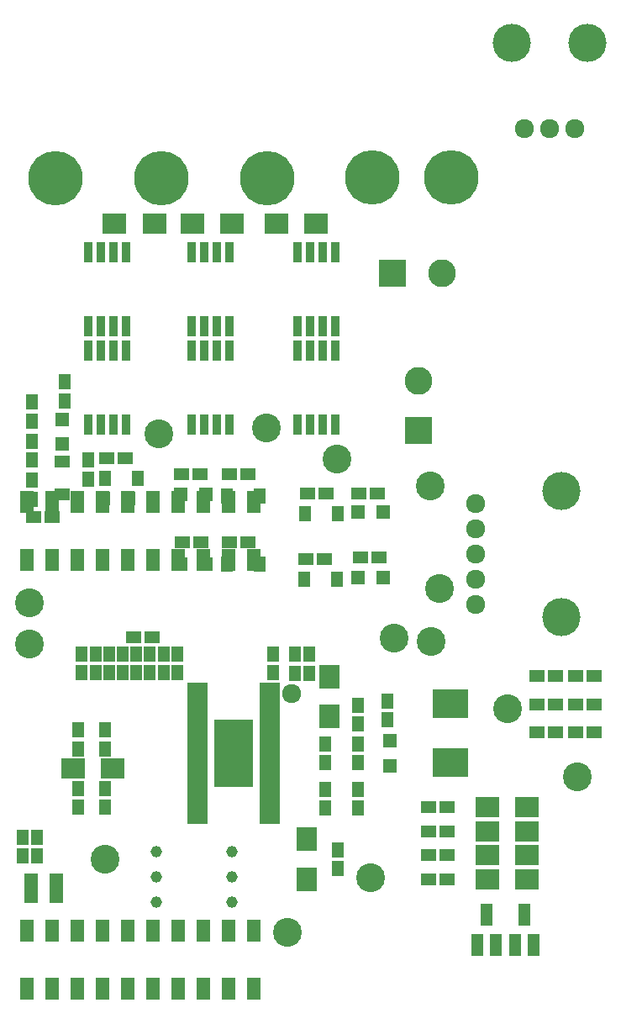
<source format=gbr>
G04 #@! TF.FileFunction,Soldermask,Top*
%FSLAX46Y46*%
G04 Gerber Fmt 4.6, Leading zero omitted, Abs format (unit mm)*
G04 Created by KiCad (PCBNEW 4.0.7) date 04/15/18 19:58:25*
%MOMM*%
%LPD*%
G01*
G04 APERTURE LIST*
%ADD10C,0.100000*%
%ADD11R,1.390600X2.178000*%
%ADD12R,2.800000X2.800000*%
%ADD13C,2.800000*%
%ADD14R,0.950000X2.150000*%
%ADD15R,2.076400X0.704800*%
%ADD16R,4.010000X6.750000*%
%ADD17R,2.400000X2.000000*%
%ADD18R,2.000000X2.400000*%
%ADD19C,5.480000*%
%ADD20R,2.400000X2.100000*%
%ADD21R,1.400000X1.400000*%
%ADD22R,3.651200X2.889200*%
%ADD23R,1.200000X2.300000*%
%ADD24C,2.899360*%
%ADD25R,1.400000X1.100000*%
%ADD26C,1.924000*%
%ADD27C,3.850000*%
%ADD28R,1.300000X1.600000*%
%ADD29R,1.600000X1.300000*%
%ADD30C,1.162000*%
%ADD31R,1.600000X1.150000*%
%ADD32R,1.150000X1.600000*%
G04 APERTURE END LIST*
D10*
D11*
X114554000Y-77343000D03*
X117094000Y-77343000D03*
X119634000Y-77343000D03*
X122174000Y-77343000D03*
X124714000Y-77343000D03*
X127254000Y-77343000D03*
X129794000Y-77343000D03*
X132334000Y-77343000D03*
X134874000Y-77343000D03*
X137414000Y-77343000D03*
X114554000Y-83159600D03*
X117094000Y-83159600D03*
X119634000Y-83159600D03*
X122174000Y-83159600D03*
X124714000Y-83159600D03*
X127254000Y-83159600D03*
X129794000Y-83159600D03*
X132334000Y-83159600D03*
X134874000Y-83159600D03*
X137414000Y-83159600D03*
X114554000Y-120523000D03*
X117094000Y-120523000D03*
X119634000Y-120523000D03*
X122174000Y-120523000D03*
X124714000Y-120523000D03*
X127254000Y-120523000D03*
X129794000Y-120523000D03*
X132334000Y-120523000D03*
X134874000Y-120523000D03*
X137414000Y-120523000D03*
X114554000Y-126339600D03*
X117094000Y-126339600D03*
X119634000Y-126339600D03*
X122174000Y-126339600D03*
X124714000Y-126339600D03*
X127254000Y-126339600D03*
X129794000Y-126339600D03*
X132334000Y-126339600D03*
X134874000Y-126339600D03*
X137414000Y-126339600D03*
D12*
X154000200Y-70078600D03*
D13*
X154000200Y-65078600D03*
D14*
X141859000Y-59580000D03*
X143129000Y-59580000D03*
X144399000Y-59580000D03*
X145669000Y-59580000D03*
X145669000Y-52180000D03*
X144399000Y-52180000D03*
X143129000Y-52180000D03*
X141859000Y-52180000D03*
D15*
X131737100Y-95891414D03*
X131737100Y-96391412D03*
X131737100Y-96891412D03*
X131737100Y-97391410D03*
X131737100Y-97891410D03*
X131737100Y-98391409D03*
X131737100Y-98891408D03*
X131737100Y-99391406D03*
X131737100Y-99891406D03*
X131737100Y-100391404D03*
X131737100Y-100891404D03*
X131737100Y-101391403D03*
X131737100Y-101891402D03*
X131737100Y-102391400D03*
X131737100Y-102891400D03*
X131737100Y-103391398D03*
X131737100Y-103891397D03*
X131737100Y-104391396D03*
X131737100Y-104891396D03*
X131737100Y-105391394D03*
X131737100Y-105891394D03*
X131737100Y-106391392D03*
X131737100Y-106891391D03*
X131737100Y-107391390D03*
X131737100Y-107891390D03*
X131737100Y-108391388D03*
X131737100Y-108891388D03*
X131737100Y-109391386D03*
X139077700Y-109391386D03*
X139077700Y-108891388D03*
X139077700Y-108391388D03*
X139077700Y-107891390D03*
X139077700Y-107391390D03*
X139077700Y-106891391D03*
X139077700Y-106391392D03*
X139077700Y-105891394D03*
X139077700Y-105391394D03*
X139077700Y-104891396D03*
X139077700Y-104391396D03*
X139077700Y-103891397D03*
X139077700Y-103391398D03*
X139077700Y-102891400D03*
X139077700Y-102391400D03*
X139077700Y-101891402D03*
X139077700Y-101391403D03*
X139077700Y-100891404D03*
X139077700Y-100391404D03*
X139077700Y-99891406D03*
X139077700Y-99391406D03*
X139077700Y-98891408D03*
X139077700Y-98391409D03*
X139077700Y-97891410D03*
X139077700Y-97391410D03*
X139077700Y-96891412D03*
X139077700Y-96391412D03*
X139077700Y-95891414D03*
D16*
X135407400Y-102641400D03*
D12*
X151434800Y-54254400D03*
D13*
X156434800Y-54254400D03*
D17*
X123234200Y-104165400D03*
X119234200Y-104165400D03*
D18*
X142748000Y-115284000D03*
X142748000Y-111284000D03*
X145034000Y-98901000D03*
X145034000Y-94901000D03*
D17*
X127412500Y-49276000D03*
X123412500Y-49276000D03*
X139732000Y-49276000D03*
X143732000Y-49276000D03*
X131223000Y-49276000D03*
X135223000Y-49276000D03*
D19*
X149351000Y-44602400D03*
X157352000Y-44602400D03*
D20*
X160941000Y-108077000D03*
X164941000Y-108077000D03*
X160941000Y-110490000D03*
X164941000Y-110490000D03*
X160941000Y-112903000D03*
X164941000Y-112903000D03*
X160941000Y-115316000D03*
X164941000Y-115316000D03*
D21*
X151130000Y-103866000D03*
X151130000Y-101366000D03*
X122321000Y-76962000D03*
X124821000Y-76962000D03*
X147975000Y-84963000D03*
X150475000Y-84963000D03*
X132568000Y-83566000D03*
X130068000Y-83566000D03*
X118110000Y-71481000D03*
X118110000Y-68981000D03*
X150475000Y-78359000D03*
X147975000Y-78359000D03*
X132568000Y-76581000D03*
X130068000Y-76581000D03*
D22*
X157226000Y-103581200D03*
X157226000Y-97586800D03*
D23*
X163769000Y-121896000D03*
X165669000Y-121896000D03*
X164719000Y-118896000D03*
X159959000Y-121896000D03*
X161859000Y-121896000D03*
X160909000Y-118896000D03*
D24*
X163004500Y-98107500D03*
X114858800Y-91643200D03*
X127889000Y-70485000D03*
X156146500Y-86042500D03*
X138684000Y-69850000D03*
X114808000Y-87503000D03*
X145796000Y-73025000D03*
X155321000Y-91376500D03*
X155194000Y-75692000D03*
X140843000Y-120650000D03*
X149225000Y-115189000D03*
X122491500Y-113284000D03*
X170053000Y-105029000D03*
X151587200Y-91033600D03*
D25*
X115030500Y-115255000D03*
X115030500Y-117155000D03*
X117530500Y-115255000D03*
X117530500Y-117155000D03*
X115030500Y-116205000D03*
X117530500Y-116205000D03*
D26*
X164719000Y-39751000D03*
X167259000Y-39751000D03*
X169799000Y-39751000D03*
D27*
X163449000Y-31115000D03*
X171069000Y-31115000D03*
D26*
X159766000Y-77470000D03*
X159766000Y-80010000D03*
X159766000Y-82550000D03*
X159766000Y-85090000D03*
X159766000Y-87630000D03*
D27*
X168402000Y-76200000D03*
X168402000Y-88900000D03*
D14*
X120777000Y-59580000D03*
X122047000Y-59580000D03*
X123317000Y-59580000D03*
X124587000Y-59580000D03*
X124587000Y-52180000D03*
X123317000Y-52180000D03*
X122047000Y-52180000D03*
X120777000Y-52180000D03*
X131191000Y-59580000D03*
X132461000Y-59580000D03*
X133731000Y-59580000D03*
X135001000Y-59580000D03*
X135001000Y-52180000D03*
X133731000Y-52180000D03*
X132461000Y-52180000D03*
X131191000Y-52180000D03*
X120777000Y-69486000D03*
X122047000Y-69486000D03*
X123317000Y-69486000D03*
X124587000Y-69486000D03*
X124587000Y-62086000D03*
X123317000Y-62086000D03*
X122047000Y-62086000D03*
X120777000Y-62086000D03*
X141859000Y-69486000D03*
X143129000Y-69486000D03*
X144399000Y-69486000D03*
X145669000Y-69486000D03*
X145669000Y-62086000D03*
X144399000Y-62086000D03*
X143129000Y-62086000D03*
X141859000Y-62086000D03*
X131191000Y-69486000D03*
X132461000Y-69486000D03*
X133731000Y-69486000D03*
X135001000Y-69486000D03*
X135001000Y-62086000D03*
X133731000Y-62086000D03*
X132461000Y-62086000D03*
X131191000Y-62086000D03*
D19*
X138810000Y-44729400D03*
X128142000Y-44729400D03*
X117474000Y-44729400D03*
D28*
X125729000Y-74930000D03*
X122429000Y-74930000D03*
X142495000Y-85090000D03*
X145795000Y-85090000D03*
X138048000Y-83566000D03*
X134748000Y-83566000D03*
X138048000Y-76708000D03*
X134748000Y-76708000D03*
D29*
X118110000Y-76580000D03*
X118110000Y-73280000D03*
D28*
X142622000Y-78486000D03*
X145922000Y-78486000D03*
D30*
X127635000Y-117602000D03*
X135255000Y-117602000D03*
X127635000Y-115062000D03*
X135255000Y-115062000D03*
X127635000Y-112522000D03*
X135255000Y-112522000D03*
D31*
X165928000Y-100520500D03*
X167828000Y-100520500D03*
X165928000Y-97726500D03*
X167828000Y-97726500D03*
X125288000Y-90932000D03*
X127188000Y-90932000D03*
D32*
X122428000Y-106161800D03*
X122428000Y-108061800D03*
X128346200Y-92598200D03*
X128346200Y-94498200D03*
X115570000Y-112964000D03*
X115570000Y-111064000D03*
D31*
X169865000Y-94805500D03*
X171765000Y-94805500D03*
D32*
X114173000Y-111064000D03*
X114173000Y-112964000D03*
X145923000Y-114234000D03*
X145923000Y-112334000D03*
X139344400Y-94523600D03*
X139344400Y-92623600D03*
X147955000Y-101666000D03*
X147955000Y-103566000D03*
X144653000Y-101666000D03*
X144653000Y-103566000D03*
X147955000Y-106238000D03*
X147955000Y-108138000D03*
X144653000Y-106238000D03*
X144653000Y-108138000D03*
X147955000Y-99692500D03*
X147955000Y-97792500D03*
X150876000Y-99248000D03*
X150876000Y-97348000D03*
X143002000Y-94549000D03*
X143002000Y-92649000D03*
X141605000Y-94549000D03*
X141605000Y-92649000D03*
D31*
X115255000Y-78867000D03*
X117155000Y-78867000D03*
D32*
X120116600Y-92598200D03*
X120116600Y-94498200D03*
X121488200Y-92608400D03*
X121488200Y-94508400D03*
X122859800Y-92608400D03*
X122859800Y-94508400D03*
X122428000Y-100269000D03*
X122428000Y-102169000D03*
D31*
X169865000Y-100520500D03*
X171765000Y-100520500D03*
D32*
X124231400Y-92598200D03*
X124231400Y-94498200D03*
X125603000Y-94498200D03*
X125603000Y-92598200D03*
X126974600Y-92598200D03*
X126974600Y-94498200D03*
D31*
X155006000Y-108077000D03*
X156906000Y-108077000D03*
D32*
X119735600Y-106161800D03*
X119735600Y-108061800D03*
D31*
X165928000Y-94805500D03*
X167828000Y-94805500D03*
X169865000Y-97726500D03*
X171765000Y-97726500D03*
X155006000Y-110490000D03*
X156906000Y-110490000D03*
D32*
X129717800Y-92598200D03*
X129717800Y-94498200D03*
D31*
X132141000Y-81407000D03*
X130241000Y-81407000D03*
D32*
X119761000Y-100269000D03*
X119761000Y-102169000D03*
D31*
X155006000Y-112903000D03*
X156906000Y-112903000D03*
X155006000Y-115316000D03*
X156906000Y-115316000D03*
X122621000Y-72898000D03*
X124521000Y-72898000D03*
X144587000Y-83058000D03*
X142687000Y-83058000D03*
X134940000Y-81407000D03*
X136840000Y-81407000D03*
D32*
X115062000Y-71186000D03*
X115062000Y-73086000D03*
D31*
X144714000Y-76454000D03*
X142814000Y-76454000D03*
X134940000Y-74549000D03*
X136840000Y-74549000D03*
D32*
X115062000Y-69149000D03*
X115062000Y-67249000D03*
X120777000Y-74991000D03*
X120777000Y-73091000D03*
X118364000Y-65217000D03*
X118364000Y-67117000D03*
X115062000Y-77023000D03*
X115062000Y-75123000D03*
D31*
X148148000Y-82931000D03*
X150048000Y-82931000D03*
X149921000Y-76454000D03*
X148021000Y-76454000D03*
X132014000Y-74549000D03*
X130114000Y-74549000D03*
D26*
X141224000Y-96621600D03*
M02*

</source>
